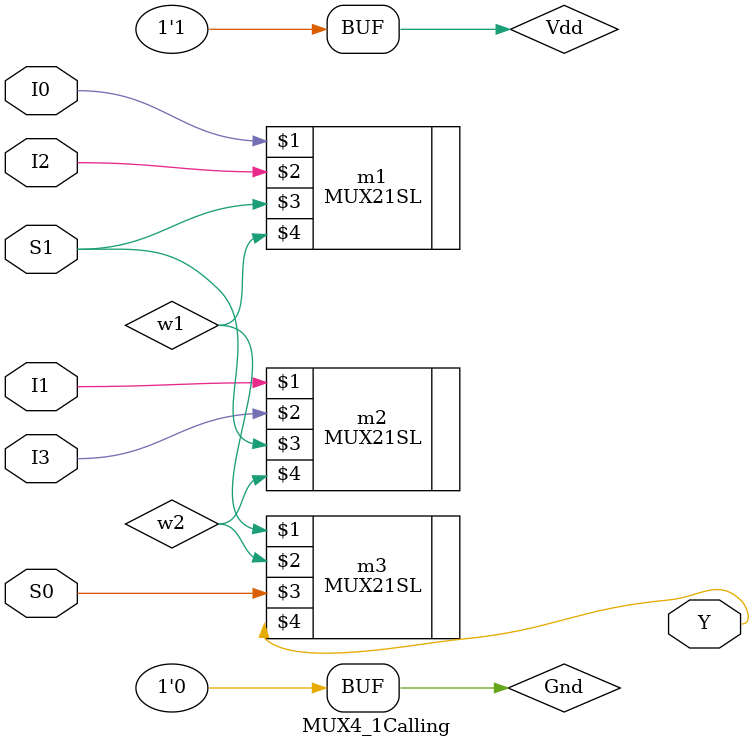
<source format=v>
module MUX4_1Calling(I0,I1,I2,I3,S0,S1,Y);
input I0,I1,I2,I3,S0,S1;
output Y;
supply1 Vdd;
supply0 Gnd;
wire w1,w2;

MUX21SL m1(I0,I2,S1,w1);
MUX21SL m2(I1,I3,S1,w2);

MUX21SL m3(w1,w2,S0,Y);

endmodule

</source>
